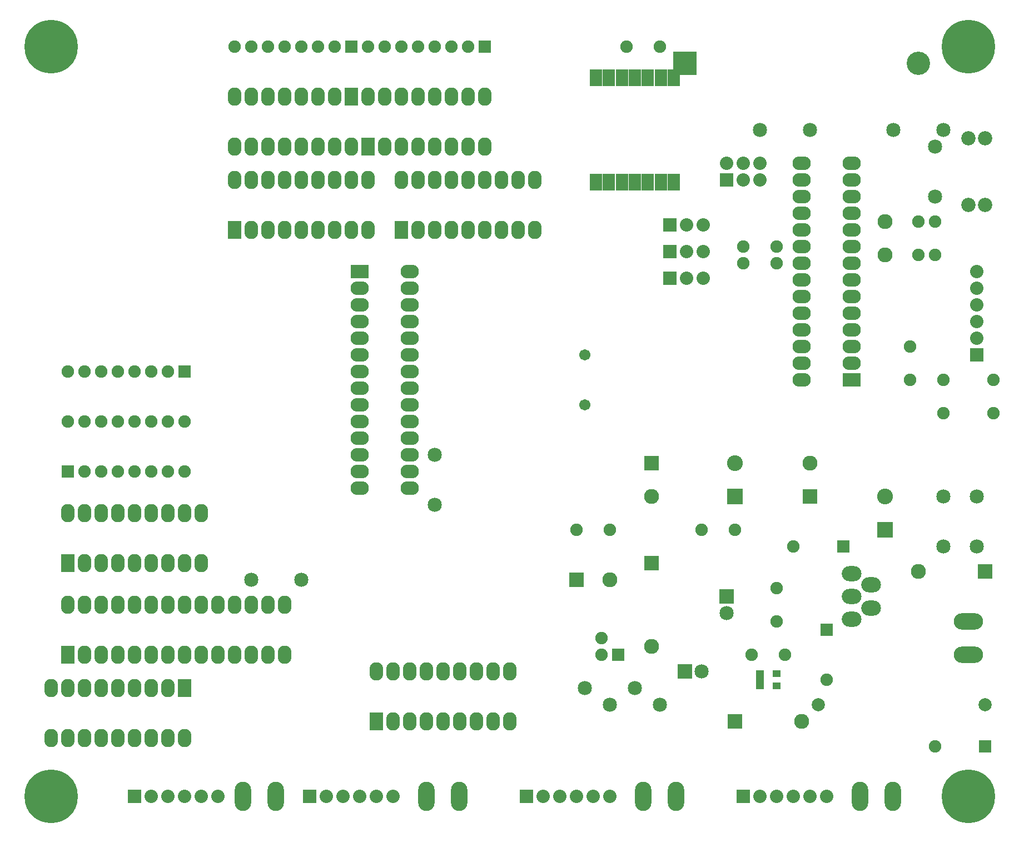
<source format=gts>
G04 (created by PCBNEW-RS274X (2011-05-25)-stable) date Sat 09 Jun 2012 10:58:35 AM MDT*
G01*
G70*
G90*
%MOIN*%
G04 Gerber Fmt 3.4, Leading zero omitted, Abs format*
%FSLAX34Y34*%
G04 APERTURE LIST*
%ADD10C,0.006000*%
%ADD11R,0.075000X0.075000*%
%ADD12C,0.075000*%
%ADD13C,0.079100*%
%ADD14R,0.080000X0.080000*%
%ADD15C,0.080000*%
%ADD16C,0.086000*%
%ADD17R,0.095000X0.095000*%
%ADD18C,0.095000*%
%ADD19O,0.110000X0.082000*%
%ADD20R,0.110000X0.082000*%
%ADD21O,0.082000X0.110000*%
%ADD22R,0.082000X0.110000*%
%ADD23C,0.090000*%
%ADD24R,0.090000X0.090000*%
%ADD25R,0.075100X0.098700*%
%ADD26O,0.176000X0.098000*%
%ADD27R,0.085000X0.085000*%
%ADD28C,0.085000*%
%ADD29C,0.067200*%
%ADD30R,0.050000X0.040000*%
%ADD31R,0.140000X0.140000*%
%ADD32C,0.140000*%
%ADD33O,0.098000X0.176000*%
%ADD34O,0.118400X0.090900*%
%ADD35C,0.320000*%
G04 APERTURE END LIST*
G54D10*
G54D11*
X58500Y-22500D03*
G54D12*
X57500Y-22500D03*
X56500Y-22500D03*
X55500Y-22500D03*
X54500Y-22500D03*
X53500Y-22500D03*
X52500Y-22500D03*
X51500Y-22500D03*
G54D11*
X50500Y-22500D03*
G54D12*
X49500Y-22500D03*
X48500Y-22500D03*
X47500Y-22500D03*
X46500Y-22500D03*
X45500Y-22500D03*
X44500Y-22500D03*
X43500Y-22500D03*
G54D13*
X88500Y-62000D03*
X78500Y-62000D03*
G54D14*
X69600Y-34800D03*
G54D15*
X70600Y-34800D03*
X71600Y-34800D03*
G54D14*
X69600Y-36400D03*
G54D15*
X70600Y-36400D03*
X71600Y-36400D03*
G54D14*
X69600Y-33200D03*
G54D15*
X70600Y-33200D03*
X71600Y-33200D03*
G54D14*
X37500Y-67500D03*
G54D15*
X38500Y-67500D03*
X39500Y-67500D03*
X40500Y-67500D03*
X41500Y-67500D03*
X42500Y-67500D03*
G54D14*
X48000Y-67500D03*
G54D15*
X49000Y-67500D03*
X50000Y-67500D03*
X51000Y-67500D03*
X52000Y-67500D03*
X53000Y-67500D03*
G54D16*
X87500Y-28000D03*
X88500Y-28000D03*
X88500Y-32000D03*
X87500Y-32000D03*
G54D17*
X73500Y-49500D03*
G54D18*
X73500Y-47500D03*
G54D17*
X82500Y-51500D03*
G54D18*
X82500Y-49500D03*
G54D19*
X51000Y-37000D03*
X51000Y-38000D03*
X51000Y-39000D03*
X51000Y-40000D03*
X51000Y-41000D03*
X51000Y-42000D03*
X51000Y-43000D03*
X51000Y-44000D03*
X51000Y-45000D03*
X51000Y-46000D03*
X51000Y-47000D03*
X51000Y-48000D03*
X51000Y-49000D03*
G54D20*
X51000Y-36000D03*
G54D19*
X54000Y-49000D03*
X54000Y-48000D03*
X54000Y-47000D03*
X54000Y-46000D03*
X54000Y-45000D03*
X54000Y-44000D03*
X54000Y-43000D03*
X54000Y-42000D03*
X54000Y-41000D03*
X54000Y-40000D03*
X54000Y-39000D03*
X54000Y-38000D03*
X54000Y-37000D03*
X54000Y-36000D03*
G54D21*
X34500Y-59000D03*
X35500Y-59000D03*
X36500Y-59000D03*
X37500Y-59000D03*
X38500Y-59000D03*
X39500Y-59000D03*
X40500Y-59000D03*
X41500Y-59000D03*
X42500Y-59000D03*
X43500Y-59000D03*
X44500Y-59000D03*
X45500Y-59000D03*
X46500Y-59000D03*
G54D22*
X33500Y-59000D03*
G54D21*
X46500Y-56000D03*
X45500Y-56000D03*
X44500Y-56000D03*
X43500Y-56000D03*
X42500Y-56000D03*
X41500Y-56000D03*
X40500Y-56000D03*
X39500Y-56000D03*
X38500Y-56000D03*
X37500Y-56000D03*
X36500Y-56000D03*
X35500Y-56000D03*
X34500Y-56000D03*
X33500Y-56000D03*
G54D22*
X52000Y-63000D03*
G54D21*
X53000Y-63000D03*
X54000Y-63000D03*
X55000Y-63000D03*
X56000Y-63000D03*
X57000Y-63000D03*
X58000Y-63000D03*
X59000Y-63000D03*
X60000Y-63000D03*
X60000Y-60000D03*
X59000Y-60000D03*
X58000Y-60000D03*
X57000Y-60000D03*
X56000Y-60000D03*
X55000Y-60000D03*
X54000Y-60000D03*
X53000Y-60000D03*
X52000Y-60000D03*
G54D23*
X84500Y-54000D03*
G54D24*
X88500Y-54000D03*
G54D11*
X88500Y-64500D03*
G54D12*
X85500Y-64500D03*
X76000Y-34500D03*
X74000Y-34500D03*
X76500Y-59000D03*
X74500Y-59000D03*
X67000Y-22500D03*
X69000Y-22500D03*
X85500Y-35000D03*
X84500Y-35000D03*
X71500Y-51500D03*
X73500Y-51500D03*
X85500Y-33000D03*
X84500Y-33000D03*
G54D14*
X61000Y-67500D03*
G54D15*
X62000Y-67500D03*
X63000Y-67500D03*
X64000Y-67500D03*
X65000Y-67500D03*
X66000Y-67500D03*
G54D24*
X68500Y-47500D03*
G54D23*
X68500Y-49500D03*
G54D12*
X84000Y-42500D03*
X84000Y-40500D03*
G54D23*
X68500Y-58500D03*
G54D24*
X68500Y-53500D03*
G54D23*
X77500Y-63000D03*
G54D24*
X73500Y-63000D03*
G54D11*
X79000Y-57500D03*
G54D12*
X79000Y-60500D03*
G54D11*
X80000Y-52500D03*
G54D12*
X77000Y-52500D03*
G54D14*
X74000Y-67500D03*
G54D15*
X75000Y-67500D03*
X76000Y-67500D03*
X77000Y-67500D03*
X78000Y-67500D03*
X79000Y-67500D03*
G54D11*
X40500Y-42000D03*
G54D12*
X39500Y-42000D03*
X38500Y-42000D03*
X37500Y-42000D03*
X36500Y-42000D03*
X35500Y-42000D03*
X34500Y-42000D03*
X33500Y-42000D03*
G54D25*
X65157Y-30630D03*
X65945Y-30641D03*
X66732Y-30641D03*
X67500Y-30641D03*
X68268Y-30641D03*
X69055Y-30641D03*
X69843Y-30641D03*
X69843Y-24381D03*
X69055Y-24381D03*
X68268Y-24381D03*
X67500Y-24381D03*
X66732Y-24381D03*
X65945Y-24381D03*
X65157Y-24381D03*
G54D19*
X80500Y-41500D03*
X80500Y-40500D03*
X80500Y-39500D03*
X80500Y-38500D03*
X80500Y-37500D03*
X80500Y-36500D03*
X80500Y-35500D03*
X80500Y-34500D03*
X80500Y-33500D03*
X80500Y-32500D03*
X80500Y-31500D03*
X80500Y-30500D03*
X80500Y-29500D03*
G54D20*
X80500Y-42500D03*
G54D19*
X77500Y-29500D03*
X77500Y-30500D03*
X77500Y-31500D03*
X77500Y-32500D03*
X77500Y-33500D03*
X77500Y-34500D03*
X77500Y-35500D03*
X77500Y-36500D03*
X77500Y-37500D03*
X77500Y-38500D03*
X77500Y-39500D03*
X77500Y-40500D03*
X77500Y-41500D03*
X77500Y-42500D03*
G54D14*
X73000Y-30500D03*
G54D15*
X73000Y-29500D03*
X74000Y-30500D03*
X74000Y-29500D03*
X75000Y-30500D03*
X75000Y-29500D03*
G54D12*
X89000Y-42500D03*
X89000Y-44500D03*
X86000Y-42500D03*
X86000Y-44500D03*
G54D26*
X87500Y-58990D03*
X87500Y-57020D03*
G54D27*
X70500Y-60000D03*
G54D28*
X71500Y-60000D03*
G54D24*
X64000Y-54500D03*
G54D23*
X66000Y-54500D03*
G54D12*
X66000Y-51500D03*
X64000Y-51500D03*
G54D24*
X78000Y-49500D03*
G54D23*
X78000Y-47500D03*
G54D27*
X73000Y-55500D03*
G54D28*
X73000Y-56500D03*
G54D12*
X76000Y-57000D03*
X76000Y-55000D03*
X74000Y-35500D03*
X76000Y-35500D03*
G54D28*
X69000Y-62000D03*
X66000Y-62000D03*
X64500Y-61000D03*
X67500Y-61000D03*
X88000Y-49500D03*
X88000Y-52500D03*
X86000Y-52500D03*
X86000Y-49500D03*
X44500Y-54500D03*
X47500Y-54500D03*
X78000Y-27500D03*
X75000Y-27500D03*
G54D29*
X64500Y-44000D03*
X64500Y-41000D03*
G54D11*
X66500Y-59000D03*
G54D12*
X65500Y-59000D03*
X65500Y-58000D03*
G54D30*
X75000Y-60125D03*
X75000Y-60875D03*
X76000Y-60125D03*
X75000Y-60500D03*
X76000Y-60875D03*
G54D23*
X82500Y-33000D03*
X82500Y-35000D03*
G54D22*
X53500Y-33500D03*
G54D21*
X54500Y-33500D03*
X55500Y-33500D03*
X56500Y-33500D03*
X57500Y-33500D03*
X58500Y-33500D03*
X59500Y-33500D03*
X60500Y-33500D03*
X61500Y-33500D03*
X61500Y-30500D03*
X60500Y-30500D03*
X59500Y-30500D03*
X58500Y-30500D03*
X57500Y-30500D03*
X56500Y-30500D03*
X55500Y-30500D03*
X54500Y-30500D03*
X53500Y-30500D03*
G54D22*
X43500Y-33500D03*
G54D21*
X44500Y-33500D03*
X45500Y-33500D03*
X46500Y-33500D03*
X47500Y-33500D03*
X48500Y-33500D03*
X49500Y-33500D03*
X50500Y-33500D03*
X51500Y-33500D03*
X51500Y-30500D03*
X50500Y-30500D03*
X49500Y-30500D03*
X48500Y-30500D03*
X47500Y-30500D03*
X46500Y-30500D03*
X45500Y-30500D03*
X44500Y-30500D03*
X43500Y-30500D03*
G54D22*
X33500Y-53500D03*
G54D21*
X34500Y-53500D03*
X35500Y-53500D03*
X36500Y-53500D03*
X37500Y-53500D03*
X38500Y-53500D03*
X39500Y-53500D03*
X40500Y-53500D03*
X41500Y-53500D03*
X41500Y-50500D03*
X40500Y-50500D03*
X39500Y-50500D03*
X38500Y-50500D03*
X37500Y-50500D03*
X36500Y-50500D03*
X35500Y-50500D03*
X34500Y-50500D03*
X33500Y-50500D03*
G54D22*
X40500Y-61000D03*
G54D21*
X39500Y-61000D03*
X38500Y-61000D03*
X37500Y-61000D03*
X36500Y-61000D03*
X35500Y-61000D03*
X34500Y-61000D03*
X33500Y-61000D03*
X32500Y-61000D03*
X32500Y-64000D03*
X33500Y-64000D03*
X34500Y-64000D03*
X35500Y-64000D03*
X36500Y-64000D03*
X37500Y-64000D03*
X38500Y-64000D03*
X39500Y-64000D03*
X40500Y-64000D03*
G54D28*
X85500Y-31500D03*
X85500Y-28500D03*
X86000Y-27500D03*
X83000Y-27500D03*
G54D11*
X33500Y-48000D03*
G54D12*
X34500Y-48000D03*
X35500Y-48000D03*
X36500Y-48000D03*
X37500Y-48000D03*
X38500Y-48000D03*
X39500Y-48000D03*
X40500Y-48000D03*
X40500Y-45000D03*
X39500Y-45000D03*
X38500Y-45000D03*
X37500Y-45000D03*
X36500Y-45000D03*
X35500Y-45000D03*
X34500Y-45000D03*
X33500Y-45000D03*
G54D31*
X70500Y-23500D03*
G54D32*
X84500Y-23500D03*
G54D28*
X55500Y-47000D03*
X55500Y-50000D03*
G54D33*
X44010Y-67500D03*
X45980Y-67500D03*
X81010Y-67500D03*
X82980Y-67500D03*
X55010Y-67500D03*
X56980Y-67500D03*
X68010Y-67500D03*
X69980Y-67500D03*
G54D22*
X50500Y-25500D03*
G54D21*
X49500Y-25500D03*
X48500Y-25500D03*
X47500Y-25500D03*
X46500Y-25500D03*
X45500Y-25500D03*
X44500Y-25500D03*
X43500Y-25500D03*
X43500Y-28500D03*
X44500Y-28500D03*
X45500Y-28500D03*
X46500Y-28500D03*
X47500Y-28500D03*
X48500Y-28500D03*
X49500Y-28500D03*
X50500Y-28500D03*
G54D22*
X51500Y-28500D03*
G54D21*
X52500Y-28500D03*
X53500Y-28500D03*
X54500Y-28500D03*
X55500Y-28500D03*
X56500Y-28500D03*
X57500Y-28500D03*
X58500Y-28500D03*
X58500Y-25500D03*
X57500Y-25500D03*
X56500Y-25500D03*
X55500Y-25500D03*
X54500Y-25500D03*
X53500Y-25500D03*
X52500Y-25500D03*
X51500Y-25500D03*
G54D14*
X88000Y-41000D03*
G54D15*
X88000Y-40000D03*
X88000Y-39000D03*
X88000Y-38000D03*
X88000Y-37000D03*
X88000Y-36000D03*
G54D34*
X80504Y-55500D03*
X80504Y-54122D03*
X80504Y-56878D03*
X81685Y-56209D03*
X81685Y-54791D03*
G54D35*
X32500Y-22500D03*
X87500Y-22500D03*
X32500Y-67500D03*
X87500Y-67500D03*
M02*

</source>
